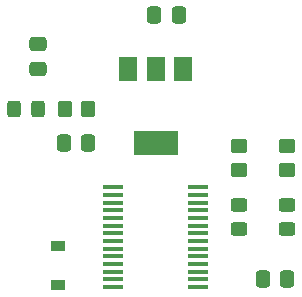
<source format=gtp>
G04 #@! TF.GenerationSoftware,KiCad,Pcbnew,(6.0.8)*
G04 #@! TF.CreationDate,2022-10-29T17:31:59+02:00*
G04 #@! TF.ProjectId,magic_counter,6d616769-635f-4636-9f75-6e7465722e6b,rev?*
G04 #@! TF.SameCoordinates,Original*
G04 #@! TF.FileFunction,Paste,Top*
G04 #@! TF.FilePolarity,Positive*
%FSLAX46Y46*%
G04 Gerber Fmt 4.6, Leading zero omitted, Abs format (unit mm)*
G04 Created by KiCad (PCBNEW (6.0.8)) date 2022-10-29 17:31:59*
%MOMM*%
%LPD*%
G01*
G04 APERTURE LIST*
G04 Aperture macros list*
%AMRoundRect*
0 Rectangle with rounded corners*
0 $1 Rounding radius*
0 $2 $3 $4 $5 $6 $7 $8 $9 X,Y pos of 4 corners*
0 Add a 4 corners polygon primitive as box body*
4,1,4,$2,$3,$4,$5,$6,$7,$8,$9,$2,$3,0*
0 Add four circle primitives for the rounded corners*
1,1,$1+$1,$2,$3*
1,1,$1+$1,$4,$5*
1,1,$1+$1,$6,$7*
1,1,$1+$1,$8,$9*
0 Add four rect primitives between the rounded corners*
20,1,$1+$1,$2,$3,$4,$5,0*
20,1,$1+$1,$4,$5,$6,$7,0*
20,1,$1+$1,$6,$7,$8,$9,0*
20,1,$1+$1,$8,$9,$2,$3,0*%
G04 Aperture macros list end*
%ADD10RoundRect,0.250000X-0.337500X-0.475000X0.337500X-0.475000X0.337500X0.475000X-0.337500X0.475000X0*%
%ADD11R,1.200000X0.900000*%
%ADD12RoundRect,0.250000X0.475000X-0.337500X0.475000X0.337500X-0.475000X0.337500X-0.475000X-0.337500X0*%
%ADD13R,1.500000X2.000000*%
%ADD14R,3.800000X2.000000*%
%ADD15RoundRect,0.250000X0.350000X0.450000X-0.350000X0.450000X-0.350000X-0.450000X0.350000X-0.450000X0*%
%ADD16RoundRect,0.250000X0.450000X-0.350000X0.450000X0.350000X-0.450000X0.350000X-0.450000X-0.350000X0*%
%ADD17R,1.750000X0.450000*%
%ADD18RoundRect,0.250000X-0.450000X0.325000X-0.450000X-0.325000X0.450000X-0.325000X0.450000X0.325000X0*%
%ADD19RoundRect,0.250000X0.337500X0.475000X-0.337500X0.475000X-0.337500X-0.475000X0.337500X-0.475000X0*%
%ADD20RoundRect,0.250000X-0.325000X-0.450000X0.325000X-0.450000X0.325000X0.450000X-0.325000X0.450000X0*%
G04 APERTURE END LIST*
D10*
X70360000Y-76170000D03*
X72435000Y-76170000D03*
D11*
X53066250Y-73320000D03*
X53066250Y-76620000D03*
D12*
X51370000Y-58360000D03*
X51370000Y-56285000D03*
D13*
X63610000Y-58360000D03*
D14*
X61310000Y-64660000D03*
D13*
X61310000Y-58360000D03*
X59010000Y-58360000D03*
D15*
X55625000Y-61740000D03*
X53625000Y-61740000D03*
D16*
X68330000Y-66900000D03*
X68330000Y-64900000D03*
D17*
X64910000Y-76825000D03*
X64910000Y-76175000D03*
X64910000Y-75525000D03*
X64910000Y-74875000D03*
X64910000Y-74225000D03*
X64910000Y-73575000D03*
X64910000Y-72925000D03*
X64910000Y-72275000D03*
X64910000Y-71625000D03*
X64910000Y-70975000D03*
X64910000Y-70325000D03*
X64910000Y-69675000D03*
X64910000Y-69025000D03*
X64910000Y-68375000D03*
X57710000Y-68375000D03*
X57710000Y-69025000D03*
X57710000Y-69675000D03*
X57710000Y-70325000D03*
X57710000Y-70975000D03*
X57710000Y-71625000D03*
X57710000Y-72275000D03*
X57710000Y-72925000D03*
X57710000Y-73575000D03*
X57710000Y-74225000D03*
X57710000Y-74875000D03*
X57710000Y-75525000D03*
X57710000Y-76175000D03*
X57710000Y-76825000D03*
D18*
X72435000Y-69900000D03*
X72435000Y-71950000D03*
D10*
X61212500Y-53800000D03*
X63287500Y-53800000D03*
D16*
X72435000Y-66900000D03*
X72435000Y-64900000D03*
D18*
X68330000Y-69900000D03*
X68330000Y-71950000D03*
D19*
X55625000Y-64660000D03*
X53550000Y-64660000D03*
D20*
X49320000Y-61740000D03*
X51370000Y-61740000D03*
M02*

</source>
